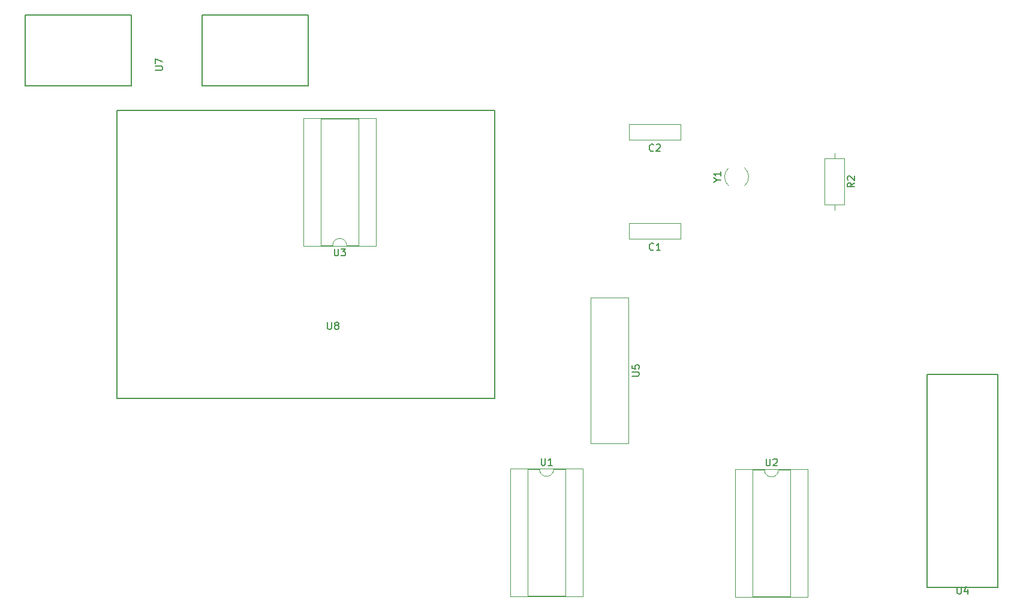
<source format=gbr>
G04 #@! TF.GenerationSoftware,KiCad,Pcbnew,(5.0.0)*
G04 #@! TF.CreationDate,2018-12-11T19:12:22-02:00*
G04 #@! TF.ProjectId,trab,747261622E6B696361645F7063620000,rev?*
G04 #@! TF.SameCoordinates,Original*
G04 #@! TF.FileFunction,Legend,Top*
G04 #@! TF.FilePolarity,Positive*
%FSLAX46Y46*%
G04 Gerber Fmt 4.6, Leading zero omitted, Abs format (unit mm)*
G04 Created by KiCad (PCBNEW (5.0.0)) date 12/11/18 19:12:22*
%MOMM*%
%LPD*%
G01*
G04 APERTURE LIST*
%ADD10C,0.120000*%
%ADD11C,0.150000*%
G04 APERTURE END LIST*
D10*
G04 #@! TO.C,R2*
X203935000Y-64040000D02*
X201195000Y-64040000D01*
X201195000Y-64040000D02*
X201195000Y-70580000D01*
X201195000Y-70580000D02*
X203935000Y-70580000D01*
X203935000Y-70580000D02*
X203935000Y-64040000D01*
X202565000Y-63270000D02*
X202565000Y-64040000D01*
X202565000Y-71350000D02*
X202565000Y-70580000D01*
G04 #@! TO.C,C2*
X173585000Y-61445000D02*
X173585000Y-59205000D01*
X180825000Y-61445000D02*
X180825000Y-59205000D01*
X180825000Y-59205000D02*
X173585000Y-59205000D01*
X180825000Y-61445000D02*
X173585000Y-61445000D01*
G04 #@! TO.C,C1*
X180825000Y-75415000D02*
X173585000Y-75415000D01*
X180825000Y-73175000D02*
X173585000Y-73175000D01*
X180825000Y-75415000D02*
X180825000Y-73175000D01*
X173585000Y-75415000D02*
X173585000Y-73175000D01*
G04 #@! TO.C,Y1*
X187625521Y-65354458D02*
G75*
G03X187624912Y-67895000I1129479J-1270542D01*
G01*
X189884479Y-65354458D02*
G75*
G02X189885088Y-67895000I-1129479J-1270542D01*
G01*
G04 #@! TO.C,U1*
X162925000Y-107890000D02*
G75*
G02X160925000Y-107890000I-1000000J0D01*
G01*
X160925000Y-107890000D02*
X159275000Y-107890000D01*
X159275000Y-107890000D02*
X159275000Y-125790000D01*
X159275000Y-125790000D02*
X164575000Y-125790000D01*
X164575000Y-125790000D02*
X164575000Y-107890000D01*
X164575000Y-107890000D02*
X162925000Y-107890000D01*
X156785000Y-107830000D02*
X156785000Y-125850000D01*
X156785000Y-125850000D02*
X167065000Y-125850000D01*
X167065000Y-125850000D02*
X167065000Y-107830000D01*
X167065000Y-107830000D02*
X156785000Y-107830000D01*
D11*
G04 #@! TO.C,U8*
X154625000Y-97865000D02*
X154625000Y-57225000D01*
X101285000Y-97865000D02*
X154625000Y-97865000D01*
X101285000Y-57225000D02*
X101285000Y-97865000D01*
X154625000Y-57225000D02*
X101285000Y-57225000D01*
D10*
G04 #@! TO.C,U3*
X131715000Y-76335000D02*
G75*
G02X133715000Y-76335000I1000000J0D01*
G01*
X133715000Y-76335000D02*
X135365000Y-76335000D01*
X135365000Y-76335000D02*
X135365000Y-58435000D01*
X135365000Y-58435000D02*
X130065000Y-58435000D01*
X130065000Y-58435000D02*
X130065000Y-76335000D01*
X130065000Y-76335000D02*
X131715000Y-76335000D01*
X137855000Y-76395000D02*
X137855000Y-58375000D01*
X137855000Y-58375000D02*
X127575000Y-58375000D01*
X127575000Y-58375000D02*
X127575000Y-76395000D01*
X127575000Y-76395000D02*
X137855000Y-76395000D01*
D11*
G04 #@! TO.C,U7*
X88265000Y-53815000D02*
X88265000Y-43815000D01*
X88265000Y-43815000D02*
X103265000Y-43815000D01*
X103265000Y-43815000D02*
X103265000Y-53815000D01*
X103265000Y-53815000D02*
X88265000Y-53815000D01*
X88265000Y-53815000D02*
X103265000Y-53815000D01*
X113265000Y-43815000D02*
X113265000Y-53815000D01*
X113265000Y-53815000D02*
X128265000Y-53815000D01*
X128265000Y-53815000D02*
X128265000Y-43815000D01*
X128265000Y-43815000D02*
X113265000Y-43815000D01*
D10*
G04 #@! TO.C,U2*
X194675000Y-107965000D02*
G75*
G02X192675000Y-107965000I-1000000J0D01*
G01*
X192675000Y-107965000D02*
X191025000Y-107965000D01*
X191025000Y-107965000D02*
X191025000Y-125865000D01*
X191025000Y-125865000D02*
X196325000Y-125865000D01*
X196325000Y-125865000D02*
X196325000Y-107965000D01*
X196325000Y-107965000D02*
X194675000Y-107965000D01*
X188535000Y-107905000D02*
X188535000Y-125925000D01*
X188535000Y-125925000D02*
X198815000Y-125925000D01*
X198815000Y-125925000D02*
X198815000Y-107905000D01*
X198815000Y-107905000D02*
X188535000Y-107905000D01*
D11*
G04 #@! TO.C,U4*
X225665000Y-94535000D02*
X225665000Y-124535000D01*
X225665000Y-124535000D02*
X215665000Y-124535000D01*
X215665000Y-124535000D02*
X215665000Y-94535000D01*
X215665000Y-94535000D02*
X225665000Y-94535000D01*
D10*
G04 #@! TO.C,U5*
X173465000Y-83710000D02*
X173465000Y-104250000D01*
X173465000Y-104250000D02*
X168165000Y-104250000D01*
X168165000Y-104250000D02*
X168165000Y-83710000D01*
X168165000Y-83710000D02*
X173465000Y-83710000D01*
G04 #@! TO.C,R2*
D11*
X205387380Y-67476666D02*
X204911190Y-67810000D01*
X205387380Y-68048095D02*
X204387380Y-68048095D01*
X204387380Y-67667142D01*
X204435000Y-67571904D01*
X204482619Y-67524285D01*
X204577857Y-67476666D01*
X204720714Y-67476666D01*
X204815952Y-67524285D01*
X204863571Y-67571904D01*
X204911190Y-67667142D01*
X204911190Y-68048095D01*
X204482619Y-67095714D02*
X204435000Y-67048095D01*
X204387380Y-66952857D01*
X204387380Y-66714761D01*
X204435000Y-66619523D01*
X204482619Y-66571904D01*
X204577857Y-66524285D01*
X204673095Y-66524285D01*
X204815952Y-66571904D01*
X205387380Y-67143333D01*
X205387380Y-66524285D01*
G04 #@! TO.C,C2*
X177038333Y-62932142D02*
X176990714Y-62979761D01*
X176847857Y-63027380D01*
X176752619Y-63027380D01*
X176609761Y-62979761D01*
X176514523Y-62884523D01*
X176466904Y-62789285D01*
X176419285Y-62598809D01*
X176419285Y-62455952D01*
X176466904Y-62265476D01*
X176514523Y-62170238D01*
X176609761Y-62075000D01*
X176752619Y-62027380D01*
X176847857Y-62027380D01*
X176990714Y-62075000D01*
X177038333Y-62122619D01*
X177419285Y-62122619D02*
X177466904Y-62075000D01*
X177562142Y-62027380D01*
X177800238Y-62027380D01*
X177895476Y-62075000D01*
X177943095Y-62122619D01*
X177990714Y-62217857D01*
X177990714Y-62313095D01*
X177943095Y-62455952D01*
X177371666Y-63027380D01*
X177990714Y-63027380D01*
G04 #@! TO.C,C1*
X177038333Y-76902142D02*
X176990714Y-76949761D01*
X176847857Y-76997380D01*
X176752619Y-76997380D01*
X176609761Y-76949761D01*
X176514523Y-76854523D01*
X176466904Y-76759285D01*
X176419285Y-76568809D01*
X176419285Y-76425952D01*
X176466904Y-76235476D01*
X176514523Y-76140238D01*
X176609761Y-76045000D01*
X176752619Y-75997380D01*
X176847857Y-75997380D01*
X176990714Y-76045000D01*
X177038333Y-76092619D01*
X177990714Y-76997380D02*
X177419285Y-76997380D01*
X177705000Y-76997380D02*
X177705000Y-75997380D01*
X177609761Y-76140238D01*
X177514523Y-76235476D01*
X177419285Y-76283095D01*
G04 #@! TO.C,Y1*
X186031190Y-67101190D02*
X186507380Y-67101190D01*
X185507380Y-67434523D02*
X186031190Y-67101190D01*
X185507380Y-66767857D01*
X186507380Y-65910714D02*
X186507380Y-66482142D01*
X186507380Y-66196428D02*
X185507380Y-66196428D01*
X185650238Y-66291666D01*
X185745476Y-66386904D01*
X185793095Y-66482142D01*
G04 #@! TO.C,U1*
X161163095Y-106342380D02*
X161163095Y-107151904D01*
X161210714Y-107247142D01*
X161258333Y-107294761D01*
X161353571Y-107342380D01*
X161544047Y-107342380D01*
X161639285Y-107294761D01*
X161686904Y-107247142D01*
X161734523Y-107151904D01*
X161734523Y-106342380D01*
X162734523Y-107342380D02*
X162163095Y-107342380D01*
X162448809Y-107342380D02*
X162448809Y-106342380D01*
X162353571Y-106485238D01*
X162258333Y-106580476D01*
X162163095Y-106628095D01*
G04 #@! TO.C,U8*
X131003095Y-87157380D02*
X131003095Y-87966904D01*
X131050714Y-88062142D01*
X131098333Y-88109761D01*
X131193571Y-88157380D01*
X131384047Y-88157380D01*
X131479285Y-88109761D01*
X131526904Y-88062142D01*
X131574523Y-87966904D01*
X131574523Y-87157380D01*
X132193571Y-87585952D02*
X132098333Y-87538333D01*
X132050714Y-87490714D01*
X132003095Y-87395476D01*
X132003095Y-87347857D01*
X132050714Y-87252619D01*
X132098333Y-87205000D01*
X132193571Y-87157380D01*
X132384047Y-87157380D01*
X132479285Y-87205000D01*
X132526904Y-87252619D01*
X132574523Y-87347857D01*
X132574523Y-87395476D01*
X132526904Y-87490714D01*
X132479285Y-87538333D01*
X132384047Y-87585952D01*
X132193571Y-87585952D01*
X132098333Y-87633571D01*
X132050714Y-87681190D01*
X132003095Y-87776428D01*
X132003095Y-87966904D01*
X132050714Y-88062142D01*
X132098333Y-88109761D01*
X132193571Y-88157380D01*
X132384047Y-88157380D01*
X132479285Y-88109761D01*
X132526904Y-88062142D01*
X132574523Y-87966904D01*
X132574523Y-87776428D01*
X132526904Y-87681190D01*
X132479285Y-87633571D01*
X132384047Y-87585952D01*
G04 #@! TO.C,U3*
X131953095Y-76787380D02*
X131953095Y-77596904D01*
X132000714Y-77692142D01*
X132048333Y-77739761D01*
X132143571Y-77787380D01*
X132334047Y-77787380D01*
X132429285Y-77739761D01*
X132476904Y-77692142D01*
X132524523Y-77596904D01*
X132524523Y-76787380D01*
X132905476Y-76787380D02*
X133524523Y-76787380D01*
X133191190Y-77168333D01*
X133334047Y-77168333D01*
X133429285Y-77215952D01*
X133476904Y-77263571D01*
X133524523Y-77358809D01*
X133524523Y-77596904D01*
X133476904Y-77692142D01*
X133429285Y-77739761D01*
X133334047Y-77787380D01*
X133048333Y-77787380D01*
X132953095Y-77739761D01*
X132905476Y-77692142D01*
G04 #@! TO.C,U7*
X106717380Y-51576904D02*
X107526904Y-51576904D01*
X107622142Y-51529285D01*
X107669761Y-51481666D01*
X107717380Y-51386428D01*
X107717380Y-51195952D01*
X107669761Y-51100714D01*
X107622142Y-51053095D01*
X107526904Y-51005476D01*
X106717380Y-51005476D01*
X106717380Y-50624523D02*
X106717380Y-49957857D01*
X107717380Y-50386428D01*
G04 #@! TO.C,U2*
X192913095Y-106417380D02*
X192913095Y-107226904D01*
X192960714Y-107322142D01*
X193008333Y-107369761D01*
X193103571Y-107417380D01*
X193294047Y-107417380D01*
X193389285Y-107369761D01*
X193436904Y-107322142D01*
X193484523Y-107226904D01*
X193484523Y-106417380D01*
X193913095Y-106512619D02*
X193960714Y-106465000D01*
X194055952Y-106417380D01*
X194294047Y-106417380D01*
X194389285Y-106465000D01*
X194436904Y-106512619D01*
X194484523Y-106607857D01*
X194484523Y-106703095D01*
X194436904Y-106845952D01*
X193865476Y-107417380D01*
X194484523Y-107417380D01*
G04 #@! TO.C,U4*
X219903095Y-124487380D02*
X219903095Y-125296904D01*
X219950714Y-125392142D01*
X219998333Y-125439761D01*
X220093571Y-125487380D01*
X220284047Y-125487380D01*
X220379285Y-125439761D01*
X220426904Y-125392142D01*
X220474523Y-125296904D01*
X220474523Y-124487380D01*
X221379285Y-124820714D02*
X221379285Y-125487380D01*
X221141190Y-124439761D02*
X220903095Y-125154047D01*
X221522142Y-125154047D01*
G04 #@! TO.C,U5*
X174007380Y-94741904D02*
X174816904Y-94741904D01*
X174912142Y-94694285D01*
X174959761Y-94646666D01*
X175007380Y-94551428D01*
X175007380Y-94360952D01*
X174959761Y-94265714D01*
X174912142Y-94218095D01*
X174816904Y-94170476D01*
X174007380Y-94170476D01*
X174007380Y-93218095D02*
X174007380Y-93694285D01*
X174483571Y-93741904D01*
X174435952Y-93694285D01*
X174388333Y-93599047D01*
X174388333Y-93360952D01*
X174435952Y-93265714D01*
X174483571Y-93218095D01*
X174578809Y-93170476D01*
X174816904Y-93170476D01*
X174912142Y-93218095D01*
X174959761Y-93265714D01*
X175007380Y-93360952D01*
X175007380Y-93599047D01*
X174959761Y-93694285D01*
X174912142Y-93741904D01*
G04 #@! TD*
M02*

</source>
